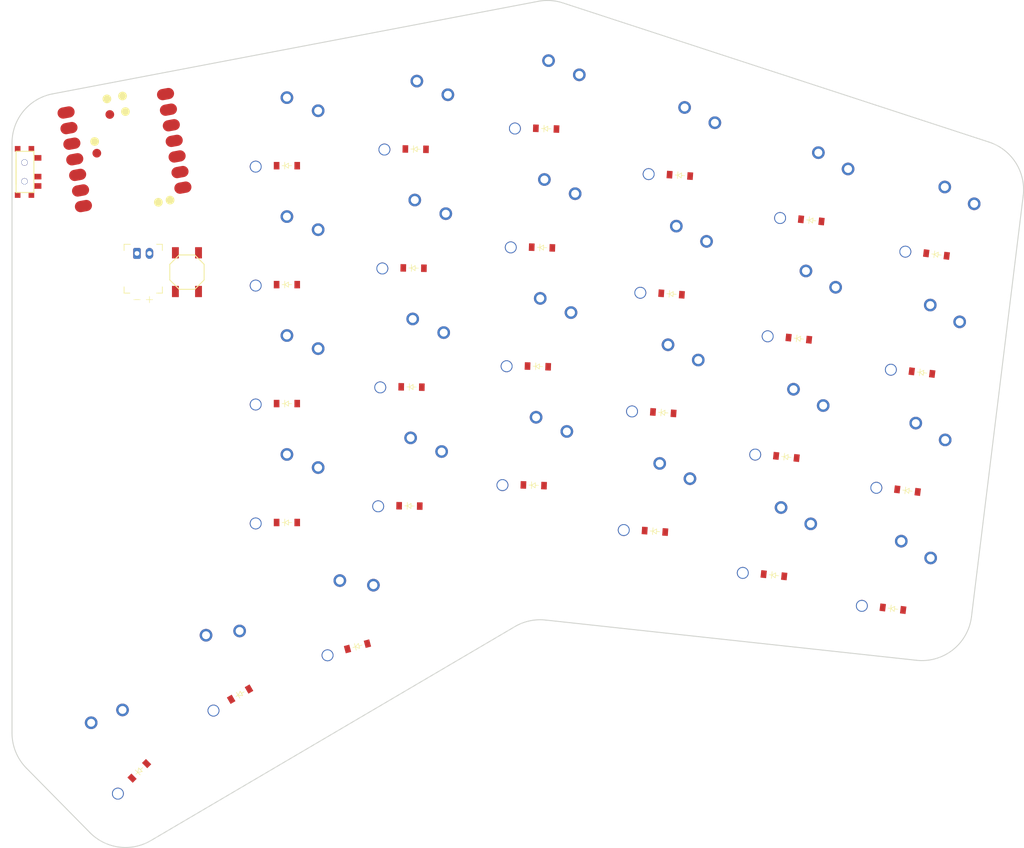
<source format=kicad_pcb>
(kicad_pcb (version 20171130) (host pcbnew 5.1.6)
  (title_block (title "biggie-splays_choc_v2_right_unrouted") (rev "v1.0.0") (company "Unknown"))
  (layers (0 F.Cu signal) (31 B.Cu signal) (34 B.Paste user) (35 F.Paste user) (36 B.SilkS user) (37 F.SilkS user) (38 B.Mask user) (39 F.Mask user) (44 Edge.Cuts user))
  (net 0 "")
  (net 1 "D5")
  (net 2 "mirror_stretch_bottom")
  (net 3 "GND")
  (net 4 "D1")
  (net 5 "D2")
  (net 6 "mirror_stretch_home")
  (net 7 "mirror_stretch_high")
  (net 8 "mirror_stretch_num")
  (net 9 "D7")
  (net 10 "mirror_pinky_bottom")
  (net 11 "mirror_pinky_home")
  (net 12 "mirror_pinky_high")
  (net 13 "mirror_pinky_num")
  (net 14 "D9")
  (net 15 "mirror_ring_bottom")
  (net 16 "mirror_ring_home")
  (net 17 "mirror_ring_high")
  (net 18 "mirror_ring_num")
  (net 19 "D3")
  (net 20 "mirror_middle_bottom")
  (net 21 "mirror_middle_home")
  (net 22 "mirror_middle_high")
  (net 23 "mirror_middle_num")
  (net 24 "mirror_index_bottom")
  (net 25 "mirror_index_home")
  (net 26 "mirror_index_high")
  (net 27 "mirror_index_num")
  (net 28 "D0")
  (net 29 "mirror_inner_bottom")
  (net 30 "mirror_inner_home")
  (net 31 "mirror_inner_high")
  (net 32 "mirror_inner_num")
  (net 33 "mirror_near_fan")
  (net 34 "mirror_mid_fan")
  (net 35 "mirror_far_fan")
  (net 36 "D4")
  (net 37 "D6")
  (net 38 "D8")
  (net 39 "D10")
  (net 40 "RAW3V3")
  (net 41 "RAW5V")
  (net 42 "CLK")
  (net 43 "DIO")
  (net 44 "RST")
  (net 45 "BAT")
  (net 46 "NFC1")
  (net 47 "NFC2")
  (net 48 "BATCON")
  (net 49 "JST1_1")
  (net 50 "JST1_2")
  (footprint "ceoloide:switch_choc_v1_v2" (layer "B.Cu") (at 385.756753 151.4952237 -7)
    (property "Reference" "S1" hide)
    (pad "" np_thru_hole circle (at 0 0 -7) (size 5 5) (drill 5) (layers "*.Cu" "*.Mask"))
    (pad "" thru_hole circle (at -5.00 5.15 -7) (size 1.9 1.9) (drill 1.6) (layers "*.Cu" "*.Mask"))
    (pad "2" thru_hole circle (at 0 -5.9 188) (size 2.032 2.032) (drill 1.27) (layers "*.Cu" "*.Mask") (net 1 "D5"))
    (pad "1" thru_hole circle (at 5 -3.8 188) (size 2.032 2.032) (drill 1.27) (layers "*.Cu" "*.Mask") (net 2 "mirror_stretch_bottom"))
  )
  (footprint "ceoloide:switch_choc_v1_v2" (layer "B.Cu") (at 388.0783639 132.5872195 -7)
    (property "Reference" "S2" hide)
    (pad "" np_thru_hole circle (at 0 0 -7) (size 5 5) (drill 5) (layers "*.Cu" "*.Mask"))
    (pad "" thru_hole circle (at -5.00 5.15 -7) (size 1.9 1.9) (drill 1.6) (layers "*.Cu" "*.Mask"))
    (pad "2" thru_hole circle (at 0 -5.9 188) (size 2.032 2.032) (drill 1.27) (layers "*.Cu" "*.Mask") (net 1 "D5"))
    (pad "1" thru_hole circle (at 5 -3.8 188) (size 2.032 2.032) (drill 1.27) (layers "*.Cu" "*.Mask") (net 6 "mirror_stretch_home"))
  )
  (footprint "ceoloide:switch_choc_v1_v2" (layer "B.Cu") (at 390.3999749 113.6792153 -7)
    (property "Reference" "S3" hide)
    (pad "" np_thru_hole circle (at 0 0 -7) (size 5 5) (drill 5) (layers "*.Cu" "*.Mask"))
    (pad "" thru_hole circle (at -5.00 5.15 -7) (size 1.9 1.9) (drill 1.6) (layers "*.Cu" "*.Mask"))
    (pad "2" thru_hole circle (at 0 -5.9 188) (size 2.032 2.032) (drill 1.27) (layers "*.Cu" "*.Mask") (net 1 "D5"))
    (pad "1" thru_hole circle (at 5 -3.8 188) (size 2.032 2.032) (drill 1.27) (layers "*.Cu" "*.Mask") (net 7 "mirror_stretch_high"))
  )
  (footprint "ceoloide:switch_choc_v1_v2" (layer "B.Cu") (at 392.72158590000004 94.7712111 -7)
    (property "Reference" "S4" hide)
    (pad "" np_thru_hole circle (at 0 0 -7) (size 5 5) (drill 5) (layers "*.Cu" "*.Mask"))
    (pad "" thru_hole circle (at -5.00 5.15 -7) (size 1.9 1.9) (drill 1.6) (layers "*.Cu" "*.Mask"))
    (pad "2" thru_hole circle (at 0 -5.9 188) (size 2.032 2.032) (drill 1.27) (layers "*.Cu" "*.Mask") (net 1 "D5"))
    (pad "1" thru_hole circle (at 5 -3.8 188) (size 2.032 2.032) (drill 1.27) (layers "*.Cu" "*.Mask") (net 8 "mirror_stretch_num"))
  )
  (footprint "ceoloide:switch_choc_v1_v2" (layer "B.Cu") (at 366.6188291 146.1228526 -6)
    (property "Reference" "S5" hide)
    (pad "" np_thru_hole circle (at 0 0 -6) (size 5 5) (drill 5) (layers "*.Cu" "*.Mask"))
    (pad "" thru_hole circle (at -5.00 5.15 -6) (size 1.9 1.9) (drill 1.6) (layers "*.Cu" "*.Mask"))
    (pad "2" thru_hole circle (at 0 -5.9 189) (size 2.032 2.032) (drill 1.27) (layers "*.Cu" "*.Mask") (net 9 "D7"))
    (pad "1" thru_hole circle (at 5 -3.8 189) (size 2.032 2.032) (drill 1.27) (layers "*.Cu" "*.Mask") (net 10 "mirror_pinky_bottom"))
  )
  (footprint "ceoloide:switch_choc_v1_v2" (layer "B.Cu") (at 368.61009640000003 127.1772105 -6)
    (property "Reference" "S6" hide)
    (pad "" np_thru_hole circle (at 0 0 -6) (size 5 5) (drill 5) (layers "*.Cu" "*.Mask"))
    (pad "" thru_hole circle (at -5.00 5.15 -6) (size 1.9 1.9) (drill 1.6) (layers "*.Cu" "*.Mask"))
    (pad "2" thru_hole circle (at 0 -5.9 189) (size 2.032 2.032) (drill 1.27) (layers "*.Cu" "*.Mask") (net 9 "D7"))
    (pad "1" thru_hole circle (at 5 -3.8 189) (size 2.032 2.032) (drill 1.27) (layers "*.Cu" "*.Mask") (net 11 "mirror_pinky_home"))
  )
  (footprint "ceoloide:switch_choc_v1_v2" (layer "B.Cu") (at 370.6013636 108.2315684 -6)
    (property "Reference" "S7" hide)
    (pad "" np_thru_hole circle (at 0 0 -6) (size 5 5) (drill 5) (layers "*.Cu" "*.Mask"))
    (pad "" thru_hole circle (at -5.00 5.15 -6) (size 1.9 1.9) (drill 1.6) (layers "*.Cu" "*.Mask"))
    (pad "2" thru_hole circle (at 0 -5.9 189) (size 2.032 2.032) (drill 1.27) (layers "*.Cu" "*.Mask") (net 9 "D7"))
    (pad "1" thru_hole circle (at 5 -3.8 189) (size 2.032 2.032) (drill 1.27) (layers "*.Cu" "*.Mask") (net 12 "mirror_pinky_high"))
  )
  (footprint "ceoloide:switch_choc_v1_v2" (layer "B.Cu") (at 372.5926309 89.2859263 -6)
    (property "Reference" "S8" hide)
    (pad "" np_thru_hole circle (at 0 0 -6) (size 5 5) (drill 5) (layers "*.Cu" "*.Mask"))
    (pad "" thru_hole circle (at -5.00 5.15 -6) (size 1.9 1.9) (drill 1.6) (layers "*.Cu" "*.Mask"))
    (pad "2" thru_hole circle (at 0 -5.9 189) (size 2.032 2.032) (drill 1.27) (layers "*.Cu" "*.Mask") (net 9 "D7"))
    (pad "1" thru_hole circle (at 5 -3.8 189) (size 2.032 2.032) (drill 1.27) (layers "*.Cu" "*.Mask") (net 13 "mirror_pinky_num"))
  )
  (footprint "ceoloide:switch_choc_v1_v2" (layer "B.Cu") (at 347.4002118 139.0753531 -4)
    (property "Reference" "S9" hide)
    (pad "" np_thru_hole circle (at 0 0 -4) (size 5 5) (drill 5) (layers "*.Cu" "*.Mask"))
    (pad "" thru_hole circle (at -5.00 5.15 -4) (size 1.9 1.9) (drill 1.6) (layers "*.Cu" "*.Mask"))
    (pad "2" thru_hole circle (at 0 -5.9 191) (size 2.032 2.032) (drill 1.27) (layers "*.Cu" "*.Mask") (net 14 "D9"))
    (pad "1" thru_hole circle (at 5 -3.8 191) (size 2.032 2.032) (drill 1.27) (layers "*.Cu" "*.Mask") (net 15 "mirror_ring_bottom"))
  )
  (footprint "ceoloide:switch_choc_v1_v2" (layer "B.Cu") (at 348.7290726 120.071758 -4)
    (property "Reference" "S10" hide)
    (pad "" np_thru_hole circle (at 0 0 -4) (size 5 5) (drill 5) (layers "*.Cu" "*.Mask"))
    (pad "" thru_hole circle (at -5.00 5.15 -4) (size 1.9 1.9) (drill 1.6) (layers "*.Cu" "*.Mask"))
    (pad "2" thru_hole circle (at 0 -5.9 191) (size 2.032 2.032) (drill 1.27) (layers "*.Cu" "*.Mask") (net 14 "D9"))
    (pad "1" thru_hole circle (at 5 -3.8 191) (size 2.032 2.032) (drill 1.27) (layers "*.Cu" "*.Mask") (net 16 "mirror_ring_home"))
  )
  (footprint "ceoloide:switch_choc_v1_v2" (layer "B.Cu") (at 350.0579334 101.0681629 -4)
    (property "Reference" "S11" hide)
    (pad "" np_thru_hole circle (at 0 0 -4) (size 5 5) (drill 5) (layers "*.Cu" "*.Mask"))
    (pad "" thru_hole circle (at -5.00 5.15 -4) (size 1.9 1.9) (drill 1.6) (layers "*.Cu" "*.Mask"))
    (pad "2" thru_hole circle (at 0 -5.9 191) (size 2.032 2.032) (drill 1.27) (layers "*.Cu" "*.Mask") (net 14 "D9"))
    (pad "1" thru_hole circle (at 5 -3.8 191) (size 2.032 2.032) (drill 1.27) (layers "*.Cu" "*.Mask") (net 17 "mirror_ring_high"))
  )
  (footprint "ceoloide:switch_choc_v1_v2" (layer "B.Cu") (at 351.38679410000003 82.0645678 -4)
    (property "Reference" "S12" hide)
    (pad "" np_thru_hole circle (at 0 0 -4) (size 5 5) (drill 5) (layers "*.Cu" "*.Mask"))
    (pad "" thru_hole circle (at -5.00 5.15 -4) (size 1.9 1.9) (drill 1.6) (layers "*.Cu" "*.Mask"))
    (pad "2" thru_hole circle (at 0 -5.9 191) (size 2.032 2.032) (drill 1.27) (layers "*.Cu" "*.Mask") (net 14 "D9"))
    (pad "1" thru_hole circle (at 5 -3.8 191) (size 2.032 2.032) (drill 1.27) (layers "*.Cu" "*.Mask") (net 18 "mirror_ring_num"))
  )
  (footprint "ceoloide:switch_choc_v1_v2" (layer "B.Cu") (at 327.8175914 131.6913515 -2)
    (property "Reference" "S13" hide)
    (pad "" np_thru_hole circle (at 0 0 -2) (size 5 5) (drill 5) (layers "*.Cu" "*.Mask"))
    (pad "" thru_hole circle (at -5.00 5.15 -2) (size 1.9 1.9) (drill 1.6) (layers "*.Cu" "*.Mask"))
    (pad "2" thru_hole circle (at 0 -5.9 193) (size 2.032 2.032) (drill 1.27) (layers "*.Cu" "*.Mask") (net 19 "D3"))
    (pad "1" thru_hole circle (at 5 -3.8 193) (size 2.032 2.032) (drill 1.27) (layers "*.Cu" "*.Mask") (net 20 "mirror_middle_bottom"))
  )
  (footprint "ceoloide:switch_choc_v1_v2" (layer "B.Cu") (at 328.4824268 112.6529563 -2)
    (property "Reference" "S14" hide)
    (pad "" np_thru_hole circle (at 0 0 -2) (size 5 5) (drill 5) (layers "*.Cu" "*.Mask"))
    (pad "" thru_hole circle (at -5.00 5.15 -2) (size 1.9 1.9) (drill 1.6) (layers "*.Cu" "*.Mask"))
    (pad "2" thru_hole circle (at 0 -5.9 193) (size 2.032 2.032) (drill 1.27) (layers "*.Cu" "*.Mask") (net 19 "D3"))
    (pad "1" thru_hole circle (at 5 -3.8 193) (size 2.032 2.032) (drill 1.27) (layers "*.Cu" "*.Mask") (net 21 "mirror_middle_home"))
  )
  (footprint "ceoloide:switch_choc_v1_v2" (layer "B.Cu") (at 329.1472622 93.614561 -2)
    (property "Reference" "S15" hide)
    (pad "" np_thru_hole circle (at 0 0 -2) (size 5 5) (drill 5) (layers "*.Cu" "*.Mask"))
    (pad "" thru_hole circle (at -5.00 5.15 -2) (size 1.9 1.9) (drill 1.6) (layers "*.Cu" "*.Mask"))
    (pad "2" thru_hole circle (at 0 -5.9 193) (size 2.032 2.032) (drill 1.27) (layers "*.Cu" "*.Mask") (net 19 "D3"))
    (pad "1" thru_hole circle (at 5 -3.8 193) (size 2.032 2.032) (drill 1.27) (layers "*.Cu" "*.Mask") (net 22 "mirror_middle_high"))
  )
  (footprint "ceoloide:switch_choc_v1_v2" (layer "B.Cu") (at 329.81209770000004 74.5761658 -2)
    (property "Reference" "S16" hide)
    (pad "" np_thru_hole circle (at 0 0 -2) (size 5 5) (drill 5) (layers "*.Cu" "*.Mask"))
    (pad "" thru_hole circle (at -5.00 5.15 -2) (size 1.9 1.9) (drill 1.6) (layers "*.Cu" "*.Mask"))
    (pad "2" thru_hole circle (at 0 -5.9 193) (size 2.032 2.032) (drill 1.27) (layers "*.Cu" "*.Mask") (net 19 "D3"))
    (pad "1" thru_hole circle (at 5 -3.8 193) (size 2.032 2.032) (drill 1.27) (layers "*.Cu" "*.Mask") (net 23 "mirror_middle_num"))
  )
  (footprint "ceoloide:switch_choc_v1_v2" (layer "B.Cu") (at 307.84008560000007 134.9961598 -1)
    (property "Reference" "S17" hide)
    (pad "" np_thru_hole circle (at 0 0 -1) (size 5 5) (drill 5) (layers "*.Cu" "*.Mask"))
    (pad "" thru_hole circle (at -5.00 5.15 -1) (size 1.9 1.9) (drill 1.6) (layers "*.Cu" "*.Mask"))
    (pad "2" thru_hole circle (at 0 -5.9 194) (size 2.032 2.032) (drill 1.27) (layers "*.Cu" "*.Mask") (net 5 "D2"))
    (pad "1" thru_hole circle (at 5 -3.8 194) (size 2.032 2.032) (drill 1.27) (layers "*.Cu" "*.Mask") (net 24 "mirror_index_bottom"))
  )
  (footprint "ceoloide:switch_choc_v1_v2" (layer "B.Cu") (at 308.172554 115.9490613 -1)
    (property "Reference" "S18" hide)
    (pad "" np_thru_hole circle (at 0 0 -1) (size 5 5) (drill 5) (layers "*.Cu" "*.Mask"))
    (pad "" thru_hole circle (at -5.00 5.15 -1) (size 1.9 1.9) (drill 1.6) (layers "*.Cu" "*.Mask"))
    (pad "2" thru_hole circle (at 0 -5.9 194) (size 2.032 2.032) (drill 1.27) (layers "*.Cu" "*.Mask") (net 5 "D2"))
    (pad "1" thru_hole circle (at 5 -3.8 194) (size 2.032 2.032) (drill 1.27) (layers "*.Cu" "*.Mask") (net 25 "mirror_index_home"))
  )
  (footprint "ceoloide:switch_choc_v1_v2" (layer "B.Cu") (at 308.50502230000006 96.9019627 -1)
    (property "Reference" "S19" hide)
    (pad "" np_thru_hole circle (at 0 0 -1) (size 5 5) (drill 5) (layers "*.Cu" "*.Mask"))
    (pad "" thru_hole circle (at -5.00 5.15 -1) (size 1.9 1.9) (drill 1.6) (layers "*.Cu" "*.Mask"))
    (pad "2" thru_hole circle (at 0 -5.9 194) (size 2.032 2.032) (drill 1.27) (layers "*.Cu" "*.Mask") (net 5 "D2"))
    (pad "1" thru_hole circle (at 5 -3.8 194) (size 2.032 2.032) (drill 1.27) (layers "*.Cu" "*.Mask") (net 26 "mirror_index_high"))
  )
  (footprint "ceoloide:switch_choc_v1_v2" (layer "B.Cu") (at 308.8374907 77.8548641 -1)
    (property "Reference" "S20" hide)
    (pad "" np_thru_hole circle (at 0 0 -1) (size 5 5) (drill 5) (layers "*.Cu" "*.Mask"))
    (pad "" thru_hole circle (at -5.00 5.15 -1) (size 1.9 1.9) (drill 1.6) (layers "*.Cu" "*.Mask"))
    (pad "2" thru_hole circle (at 0 -5.9 194) (size 2.032 2.032) (drill 1.27) (layers "*.Cu" "*.Mask") (net 5 "D2"))
    (pad "1" thru_hole circle (at 5 -3.8 194) (size 2.032 2.032) (drill 1.27) (layers "*.Cu" "*.Mask") (net 27 "mirror_index_num"))
  )
  (footprint "ceoloide:switch_choc_v1_v2" (layer "B.Cu") (at 288.14072110000006 137.6527632 0)
    (property "Reference" "S21" hide)
    (pad "" np_thru_hole circle (at 0 0 0) (size 5 5) (drill 5) (layers "*.Cu" "*.Mask"))
    (pad "" thru_hole circle (at -5.00 5.15 0) (size 1.9 1.9) (drill 1.6) (layers "*.Cu" "*.Mask"))
    (pad "2" thru_hole circle (at 0 -5.9 195) (size 2.032 2.032) (drill 1.27) (layers "*.Cu" "*.Mask") (net 28 "D0"))
    (pad "1" thru_hole circle (at 5 -3.8 195) (size 2.032 2.032) (drill 1.27) (layers "*.Cu" "*.Mask") (net 29 "mirror_inner_bottom"))
  )
  (footprint "ceoloide:switch_choc_v1_v2" (layer "B.Cu") (at 288.14072110000006 118.6027631 0)
    (property "Reference" "S22" hide)
    (pad "" np_thru_hole circle (at 0 0 0) (size 5 5) (drill 5) (layers "*.Cu" "*.Mask"))
    (pad "" thru_hole circle (at -5.00 5.15 0) (size 1.9 1.9) (drill 1.6) (layers "*.Cu" "*.Mask"))
    (pad "2" thru_hole circle (at 0 -5.9 195) (size 2.032 2.032) (drill 1.27) (layers "*.Cu" "*.Mask") (net 28 "D0"))
    (pad "1" thru_hole circle (at 5 -3.8 195) (size 2.032 2.032) (drill 1.27) (layers "*.Cu" "*.Mask") (net 30 "mirror_inner_home"))
  )
  (footprint "ceoloide:switch_choc_v1_v2" (layer "B.Cu") (at 288.14072110000006 99.5527631 0)
    (property "Reference" "S23" hide)
    (pad "" np_thru_hole circle (at 0 0 0) (size 5 5) (drill 5) (layers "*.Cu" "*.Mask"))
    (pad "" thru_hole circle (at -5.00 5.15 0) (size 1.9 1.9) (drill 1.6) (layers "*.Cu" "*.Mask"))
    (pad "2" thru_hole circle (at 0 -5.9 195) (size 2.032 2.032) (drill 1.27) (layers "*.Cu" "*.Mask") (net 28 "D0"))
    (pad "1" thru_hole circle (at 5 -3.8 195) (size 2.032 2.032) (drill 1.27) (layers "*.Cu" "*.Mask") (net 31 "mirror_inner_high"))
  )
  (footprint "ceoloide:switch_choc_v1_v2" (layer "B.Cu") (at 288.14072110000006 80.5027631 0)
    (property "Reference" "S24" hide)
    (pad "" np_thru_hole circle (at 0 0 0) (size 5 5) (drill 5) (layers "*.Cu" "*.Mask"))
    (pad "" thru_hole circle (at -5.00 5.15 0) (size 1.9 1.9) (drill 1.6) (layers "*.Cu" "*.Mask"))
    (pad "2" thru_hole circle (at 0 -5.9 195) (size 2.032 2.032) (drill 1.27) (layers "*.Cu" "*.Mask") (net 28 "D0"))
    (pad "1" thru_hole circle (at 5 -3.8 195) (size 2.032 2.032) (drill 1.27) (layers "*.Cu" "*.Mask") (net 32 "mirror_inner_num"))
  )
  (footprint "ceoloide:switch_choc_v1_v2" (layer "B.Cu") (at 298.14072110000006 157.6527632 15)
    (property "Reference" "S25" hide)
    (pad "" np_thru_hole circle (at 0 0 15) (size 5 5) (drill 5) (layers "*.Cu" "*.Mask"))
    (pad "" thru_hole circle (at -5.00 5.15 15) (size 1.9 1.9) (drill 1.6) (layers "*.Cu" "*.Mask"))
    (pad "2" thru_hole circle (at 0 -5.9 210) (size 2.032 2.032) (drill 1.27) (layers "*.Cu" "*.Mask") (net 19 "D3"))
    (pad "1" thru_hole circle (at 5 -3.8 210) (size 2.032 2.032) (drill 1.27) (layers "*.Cu" "*.Mask") (net 33 "mirror_near_fan"))
  )
  (footprint "ceoloide:switch_choc_v1_v2" (layer "B.Cu") (at 278.14175800000004 165.8153168 30)
    (property "Reference" "S26" hide)
    (pad "" np_thru_hole circle (at 0 0 30) (size 5 5) (drill 5) (layers "*.Cu" "*.Mask"))
    (pad "" thru_hole circle (at -5.00 5.15 30) (size 1.9 1.9) (drill 1.6) (layers "*.Cu" "*.Mask"))
    (pad "2" thru_hole circle (at 0 -5.9 225) (size 2.032 2.032) (drill 1.27) (layers "*.Cu" "*.Mask") (net 5 "D2"))
    (pad "1" thru_hole circle (at 5 -3.8 225) (size 2.032 2.032) (drill 1.27) (layers "*.Cu" "*.Mask") (net 34 "mirror_mid_fan"))
  )
  (footprint "ceoloide:switch_choc_v1_v2" (layer "B.Cu") (at 260.9793085 178.896491 45)
    (property "Reference" "S27" hide)
    (pad "" np_thru_hole circle (at 0 0 45) (size 5 5) (drill 5) (layers "*.Cu" "*.Mask"))
    (pad "" thru_hole circle (at -5.00 5.15 45) (size 1.9 1.9) (drill 1.6) (layers "*.Cu" "*.Mask"))
    (pad "2" thru_hole circle (at 0 -5.9 240) (size 2.032 2.032) (drill 1.27) (layers "*.Cu" "*.Mask") (net 28 "D0"))
    (pad "1" thru_hole circle (at 5 -3.8 240) (size 2.032 2.032) (drill 1.27) (layers "*.Cu" "*.Mask") (net 35 "mirror_far_fan"))
  )
  (footprint "ceoloide:diode_tht_sod123" (layer "F.Cu") (at 385.1474063 156.4579545 -7)
    (property "Reference" "D1" hide)
    (fp_line (start 0.25 0) (end 0.75 0) (layer "F.SilkS") (stroke (width 0.1)))
    (fp_line (start 0.25 0.4) (end -0.35 0) (layer "F.SilkS") (stroke (width 0.1)))
    (fp_line (start 0.25 -0.4) (end 0.25 0.4) (layer "F.SilkS") (stroke (width 0.1)))
    (fp_line (start -0.35 0) (end 0.25 -0.4) (layer "F.SilkS") (stroke (width 0.1)))
    (fp_line (start -0.35 0) (end -0.35 0.55) (layer "F.SilkS") (stroke (width 0.1)))
    (fp_line (start -0.35 0) (end -0.35 -0.55) (layer "F.SilkS") (stroke (width 0.1)))
    (fp_line (start -0.75 0) (end -0.35 0) (layer "F.SilkS") (stroke (width 0.1)))
    (pad "1" smd rect (at -1.65 0 -7) (size 0.9 1.2) (layers "F.Cu" "F.Paste" "F.Mask") (net 36 "D4"))
    (pad "2" smd rect (at 1.65 0 -7) (size 0.9 1.2) (layers "F.Cu" "F.Paste" "F.Mask") (net 2 "mirror_stretch_bottom"))
  )
  (footprint "ceoloide:diode_tht_sod123" (layer "F.Cu") (at 387.4690172 137.5499503 -7)
    (property "Reference" "D2" hide)
    (fp_line (start 0.25 0) (end 0.75 0) (layer "F.SilkS") (stroke (width 0.1)))
    (fp_line (start 0.25 0.4) (end -0.35 0) (layer "F.SilkS") (stroke (width 0.1)))
    (fp_line (start 0.25 -0.4) (end 0.25 0.4) (layer "F.SilkS") (stroke (width 0.1)))
    (fp_line (start -0.35 0) (end 0.25 -0.4) (layer "F.SilkS") (stroke (width 0.1)))
    (fp_line (start -0.35 0) (end -0.35 0.55) (layer "F.SilkS") (stroke (width 0.1)))
    (fp_line (start -0.35 0) (end -0.35 -0.55) (layer "F.SilkS") (stroke (width 0.1)))
    (fp_line (start -0.75 0) (end -0.35 0) (layer "F.SilkS") (stroke (width 0.1)))
    (pad "1" smd rect (at -1.65 0 -7) (size 0.9 1.2) (layers "F.Cu" "F.Paste" "F.Mask") (net 37 "D6"))
    (pad "2" smd rect (at 1.65 0 -7) (size 0.9 1.2) (layers "F.Cu" "F.Paste" "F.Mask") (net 6 "mirror_stretch_home"))
  )
  (footprint "ceoloide:diode_tht_sod123" (layer "F.Cu") (at 389.7906282 118.6419461 -7)
    (property "Reference" "D3" hide)
    (fp_line (start 0.25 0) (end 0.75 0) (layer "F.SilkS") (stroke (width 0.1)))
    (fp_line (start 0.25 0.4) (end -0.35 0) (layer "F.SilkS") (stroke (width 0.1)))
    (fp_line (start 0.25 -0.4) (end 0.25 0.4) (layer "F.SilkS") (stroke (width 0.1)))
    (fp_line (start -0.35 0) (end 0.25 -0.4) (layer "F.SilkS") (stroke (width 0.1)))
    (fp_line (start -0.35 0) (end -0.35 0.55) (layer "F.SilkS") (stroke (width 0.1)))
    (fp_line (start -0.35 0) (end -0.35 -0.55) (layer "F.SilkS") (stroke (width 0.1)))
    (fp_line (start -0.75 0) (end -0.35 0) (layer "F.SilkS") (stroke (width 0.1)))
    (pad "1" smd rect (at -1.65 0 -7) (size 0.9 1.2) (layers "F.Cu" "F.Paste" "F.Mask") (net 38 "D8"))
    (pad "2" smd rect (at 1.65 0 -7) (size 0.9 1.2) (layers "F.Cu" "F.Paste" "F.Mask") (net 7 "mirror_stretch_high"))
  )
  (footprint "ceoloide:diode_tht_sod123" (layer "F.Cu") (at 392.11223920000003 99.7339419 -7)
    (property "Reference" "D4" hide)
    (fp_line (start 0.25 0) (end 0.75 0) (layer "F.SilkS") (stroke (width 0.1)))
    (fp_line (start 0.25 0.4) (end -0.35 0) (layer "F.SilkS") (stroke (width 0.1)))
    (fp_line (start 0.25 -0.4) (end 0.25 0.4) (layer "F.SilkS") (stroke (width 0.1)))
    (fp_line (start -0.35 0) (end 0.25 -0.4) (layer "F.SilkS") (stroke (width 0.1)))
    (fp_line (start -0.35 0) (end -0.35 0.55) (layer "F.SilkS") (stroke (width 0.1)))
    (fp_line (start -0.35 0) (end -0.35 -0.55) (layer "F.SilkS") (stroke (width 0.1)))
    (fp_line (start -0.75 0) (end -0.35 0) (layer "F.SilkS") (stroke (width 0.1)))
    (pad "1" smd rect (at -1.65 0 -7) (size 0.9 1.2) (layers "F.Cu" "F.Paste" "F.Mask") (net 39 "D10"))
    (pad "2" smd rect (at 1.65 0 -7) (size 0.9 1.2) (layers "F.Cu" "F.Paste" "F.Mask") (net 8 "mirror_stretch_num"))
  )
  (footprint "ceoloide:diode_tht_sod123" (layer "F.Cu") (at 366.09618680000005 151.0954621 -6)
    (property "Reference" "D5" hide)
    (fp_line (start 0.25 0) (end 0.75 0) (layer "F.SilkS") (stroke (width 0.1)))
    (fp_line (start 0.25 0.4) (end -0.35 0) (layer "F.SilkS") (stroke (width 0.1)))
    (fp_line (start 0.25 -0.4) (end 0.25 0.4) (layer "F.SilkS") (stroke (width 0.1)))
    (fp_line (start -0.35 0) (end 0.25 -0.4) (layer "F.SilkS") (stroke (width 0.1)))
    (fp_line (start -0.35 0) (end -0.35 0.55) (layer "F.SilkS") (stroke (width 0.1)))
    (fp_line (start -0.35 0) (end -0.35 -0.55) (layer "F.SilkS") (stroke (width 0.1)))
    (fp_line (start -0.75 0) (end -0.35 0) (layer "F.SilkS") (stroke (width 0.1)))
    (pad "1" smd rect (at -1.65 0 -6) (size 0.9 1.2) (layers "F.Cu" "F.Paste" "F.Mask") (net 36 "D4"))
    (pad "2" smd rect (at 1.65 0 -6) (size 0.9 1.2) (layers "F.Cu" "F.Paste" "F.Mask") (net 10 "mirror_pinky_bottom"))
  )
  (footprint "ceoloide:diode_tht_sod123" (layer "F.Cu") (at 368.08745410000006 132.14982 -6)
    (property "Reference" "D6" hide)
    (fp_line (start 0.25 0) (end 0.75 0) (layer "F.SilkS") (stroke (width 0.1)))
    (fp_line (start 0.25 0.4) (end -0.35 0) (layer "F.SilkS") (stroke (width 0.1)))
    (fp_line (start 0.25 -0.4) (end 0.25 0.4) (layer "F.SilkS") (stroke (width 0.1)))
    (fp_line (start -0.35 0) (end 0.25 -0.4) (layer "F.SilkS") (stroke (width 0.1)))
    (fp_line (start -0.35 0) (end -0.35 0.55) (layer "F.SilkS") (stroke (width 0.1)))
    (fp_line (start -0.35 0) (end -0.35 -0.55) (layer "F.SilkS") (stroke (width 0.1)))
    (fp_line (start -0.75 0) (end -0.35 0) (layer "F.SilkS") (stroke (width 0.1)))
    (pad "1" smd rect (at -1.65 0 -6) (size 0.9 1.2) (layers "F.Cu" "F.Paste" "F.Mask") (net 37 "D6"))
    (pad "2" smd rect (at 1.65 0 -6) (size 0.9 1.2) (layers "F.Cu" "F.Paste" "F.Mask") (net 11 "mirror_pinky_home"))
  )
  (footprint "ceoloide:diode_tht_sod123" (layer "F.Cu") (at 370.07872130000004 113.2041779 -6)
    (property "Reference" "D7" hide)
    (fp_line (start 0.25 0) (end 0.75 0) (layer "F.SilkS") (stroke (width 0.1)))
    (fp_line (start 0.25 0.4) (end -0.35 0) (layer "F.SilkS") (stroke (width 0.1)))
    (fp_line (start 0.25 -0.4) (end 0.25 0.4) (layer "F.SilkS") (stroke (width 0.1)))
    (fp_line (start -0.35 0) (end 0.25 -0.4) (layer "F.SilkS") (stroke (width 0.1)))
    (fp_line (start -0.35 0) (end -0.35 0.55) (layer "F.SilkS") (stroke (width 0.1)))
    (fp_line (start -0.35 0) (end -0.35 -0.55) (layer "F.SilkS") (stroke (width 0.1)))
    (fp_line (start -0.75 0) (end -0.35 0) (layer "F.SilkS") (stroke (width 0.1)))
    (pad "1" smd rect (at -1.65 0 -6) (size 0.9 1.2) (layers "F.Cu" "F.Paste" "F.Mask") (net 38 "D8"))
    (pad "2" smd rect (at 1.65 0 -6) (size 0.9 1.2) (layers "F.Cu" "F.Paste" "F.Mask") (net 12 "mirror_pinky_high"))
  )
  (footprint "ceoloide:diode_tht_sod123" (layer "F.Cu") (at 372.06998860000004 94.2585358 -6)
    (property "Reference" "D8" hide)
    (fp_line (start 0.25 0) (end 0.75 0) (layer "F.SilkS") (stroke (width 0.1)))
    (fp_line (start 0.25 0.4) (end -0.35 0) (layer "F.SilkS") (stroke (width 0.1)))
    (fp_line (start 0.25 -0.4) (end 0.25 0.4) (layer "F.SilkS") (stroke (width 0.1)))
    (fp_line (start -0.35 0) (end 0.25 -0.4) (layer "F.SilkS") (stroke (width 0.1)))
    (fp_line (start -0.35 0) (end -0.35 0.55) (layer "F.SilkS") (stroke (width 0.1)))
    (fp_line (start -0.35 0) (end -0.35 -0.55) (layer "F.SilkS") (stroke (width 0.1)))
    (fp_line (start -0.75 0) (end -0.35 0) (layer "F.SilkS") (stroke (width 0.1)))
    (pad "1" smd rect (at -1.65 0 -6) (size 0.9 1.2) (layers "F.Cu" "F.Paste" "F.Mask") (net 39 "D10"))
    (pad "2" smd rect (at 1.65 0 -6) (size 0.9 1.2) (layers "F.Cu" "F.Paste" "F.Mask") (net 13 "mirror_pinky_num"))
  )
  (footprint "ceoloide:diode_tht_sod123" (layer "F.Cu") (at 347.0514294 144.0631734 -4)
    (property "Reference" "D9" hide)
    (fp_line (start 0.25 0) (end 0.75 0) (layer "F.SilkS") (stroke (width 0.1)))
    (fp_line (start 0.25 0.4) (end -0.35 0) (layer "F.SilkS") (stroke (width 0.1)))
    (fp_line (start 0.25 -0.4) (end 0.25 0.4) (layer "F.SilkS") (stroke (width 0.1)))
    (fp_line (start -0.35 0) (end 0.25 -0.4) (layer "F.SilkS") (stroke (width 0.1)))
    (fp_line (start -0.35 0) (end -0.35 0.55) (layer "F.SilkS") (stroke (width 0.1)))
    (fp_line (start -0.35 0) (end -0.35 -0.55) (layer "F.SilkS") (stroke (width 0.1)))
    (fp_line (start -0.75 0) (end -0.35 0) (layer "F.SilkS") (stroke (width 0.1)))
    (pad "1" smd rect (at -1.65 0 -4) (size 0.9 1.2) (layers "F.Cu" "F.Paste" "F.Mask") (net 36 "D4"))
    (pad "2" smd rect (at 1.65 0 -4) (size 0.9 1.2) (layers "F.Cu" "F.Paste" "F.Mask") (net 15 "mirror_ring_bottom"))
  )
  (footprint "ceoloide:diode_tht_sod123" (layer "F.Cu") (at 348.3802902 125.0595783 -4)
    (property "Reference" "D10" hide)
    (fp_line (start 0.25 0) (end 0.75 0) (layer "F.SilkS") (stroke (width 0.1)))
    (fp_line (start 0.25 0.4) (end -0.35 0) (layer "F.SilkS") (stroke (width 0.1)))
    (fp_line (start 0.25 -0.4) (end 0.25 0.4) (layer "F.SilkS") (stroke (width 0.1)))
    (fp_line (start -0.35 0) (end 0.25 -0.4) (layer "F.SilkS") (stroke (width 0.1)))
    (fp_line (start -0.35 0) (end -0.35 0.55) (layer "F.SilkS") (stroke (width 0.1)))
    (fp_line (start -0.35 0) (end -0.35 -0.55) (layer "F.SilkS") (stroke (width 0.1)))
    (fp_line (start -0.75 0) (end -0.35 0) (layer "F.SilkS") (stroke (width 0.1)))
    (pad "1" smd rect (at -1.65 0 -4) (size 0.9 1.2) (layers "F.Cu" "F.Paste" "F.Mask") (net 37 "D6"))
    (pad "2" smd rect (at 1.65 0 -4) (size 0.9 1.2) (layers "F.Cu" "F.Paste" "F.Mask") (net 16 "mirror_ring_home"))
  )
  (footprint "ceoloide:diode_tht_sod123" (layer "F.Cu") (at 349.709151 106.0559832 -4)
    (property "Reference" "D11" hide)
    (fp_line (start 0.25 0) (end 0.75 0) (layer "F.SilkS") (stroke (width 0.1)))
    (fp_line (start 0.25 0.4) (end -0.35 0) (layer "F.SilkS") (stroke (width 0.1)))
    (fp_line (start 0.25 -0.4) (end 0.25 0.4) (layer "F.SilkS") (stroke (width 0.1)))
    (fp_line (start -0.35 0) (end 0.25 -0.4) (layer "F.SilkS") (stroke (width 0.1)))
    (fp_line (start -0.35 0) (end -0.35 0.55) (layer "F.SilkS") (stroke (width 0.1)))
    (fp_line (start -0.35 0) (end -0.35 -0.55) (layer "F.SilkS") (stroke (width 0.1)))
    (fp_line (start -0.75 0) (end -0.35 0) (layer "F.SilkS") (stroke (width 0.1)))
    (pad "1" smd rect (at -1.65 0 -4) (size 0.9 1.2) (layers "F.Cu" "F.Paste" "F.Mask") (net 38 "D8"))
    (pad "2" smd rect (at 1.65 0 -4) (size 0.9 1.2) (layers "F.Cu" "F.Paste" "F.Mask") (net 17 "mirror_ring_high"))
  )
  (footprint "ceoloide:diode_tht_sod123" (layer "F.Cu") (at 351.0380117 87.0523881 -4)
    (property "Reference" "D12" hide)
    (fp_line (start 0.25 0) (end 0.75 0) (layer "F.SilkS") (stroke (width 0.1)))
    (fp_line (start 0.25 0.4) (end -0.35 0) (layer "F.SilkS") (stroke (width 0.1)))
    (fp_line (start 0.25 -0.4) (end 0.25 0.4) (layer "F.SilkS") (stroke (width 0.1)))
    (fp_line (start -0.35 0) (end 0.25 -0.4) (layer "F.SilkS") (stroke (width 0.1)))
    (fp_line (start -0.35 0) (end -0.35 0.55) (layer "F.SilkS") (stroke (width 0.1)))
    (fp_line (start -0.35 0) (end -0.35 -0.55) (layer "F.SilkS") (stroke (width 0.1)))
    (fp_line (start -0.75 0) (end -0.35 0) (layer "F.SilkS") (stroke (width 0.1)))
    (pad "1" smd rect (at -1.65 0 -4) (size 0.9 1.2) (layers "F.Cu" "F.Paste" "F.Mask") (net 39 "D10"))
    (pad "2" smd rect (at 1.65 0 -4) (size 0.9 1.2) (layers "F.Cu" "F.Paste" "F.Mask") (net 18 "mirror_ring_num"))
  )
  (footprint "ceoloide:diode_tht_sod123" (layer "F.Cu") (at 327.64309390000005 136.6883056 -2)
    (property "Reference" "D13" hide)
    (fp_line (start 0.25 0) (end 0.75 0) (layer "F.SilkS") (stroke (width 0.1)))
    (fp_line (start 0.25 0.4) (end -0.35 0) (layer "F.SilkS") (stroke (width 0.1)))
    (fp_line (start 0.25 -0.4) (end 0.25 0.4) (layer "F.SilkS") (stroke (width 0.1)))
    (fp_line (start -0.35 0) (end 0.25 -0.4) (layer "F.SilkS") (stroke (width 0.1)))
    (fp_line (start -0.35 0) (end -0.35 0.55) (layer "F.SilkS") (stroke (width 0.1)))
    (fp_line (start -0.35 0) (end -0.35 -0.55) (layer "F.SilkS") (stroke (width 0.1)))
    (fp_line (start -0.75 0) (end -0.35 0) (layer "F.SilkS") (stroke (width 0.1)))
    (pad "1" smd rect (at -1.65 0 -2) (size 0.9 1.2) (layers "F.Cu" "F.Paste" "F.Mask") (net 36 "D4"))
    (pad "2" smd rect (at 1.65 0 -2) (size 0.9 1.2) (layers "F.Cu" "F.Paste" "F.Mask") (net 20 "mirror_middle_bottom"))
  )
  (footprint "ceoloide:diode_tht_sod123" (layer "F.Cu") (at 328.3079293 117.6499104 -2)
    (property "Reference" "D14" hide)
    (fp_line (start 0.25 0) (end 0.75 0) (layer "F.SilkS") (stroke (width 0.1)))
    (fp_line (start 0.25 0.4) (end -0.35 0) (layer "F.SilkS") (stroke (width 0.1)))
    (fp_line (start 0.25 -0.4) (end 0.25 0.4) (layer "F.SilkS") (stroke (width 0.1)))
    (fp_line (start -0.35 0) (end 0.25 -0.4) (layer "F.SilkS") (stroke (width 0.1)))
    (fp_line (start -0.35 0) (end -0.35 0.55) (layer "F.SilkS") (stroke (width 0.1)))
    (fp_line (start -0.35 0) (end -0.35 -0.55) (layer "F.SilkS") (stroke (width 0.1)))
    (fp_line (start -0.75 0) (end -0.35 0) (layer "F.SilkS") (stroke (width 0.1)))
    (pad "1" smd rect (at -1.65 0 -2) (size 0.9 1.2) (layers "F.Cu" "F.Paste" "F.Mask") (net 37 "D6"))
    (pad "2" smd rect (at 1.65 0 -2) (size 0.9 1.2) (layers "F.Cu" "F.Paste" "F.Mask") (net 21 "mirror_middle_home"))
  )
  (footprint "ceoloide:diode_tht_sod123" (layer "F.Cu") (at 328.9727647 98.61151509999999 -2)
    (property "Reference" "D15" hide)
    (fp_line (start 0.25 0) (end 0.75 0) (layer "F.SilkS") (stroke (width 0.1)))
    (fp_line (start 0.25 0.4) (end -0.35 0) (layer "F.SilkS") (stroke (width 0.1)))
    (fp_line (start 0.25 -0.4) (end 0.25 0.4) (layer "F.SilkS") (stroke (width 0.1)))
    (fp_line (start -0.35 0) (end 0.25 -0.4) (layer "F.SilkS") (stroke (width 0.1)))
    (fp_line (start -0.35 0) (end -0.35 0.55) (layer "F.SilkS") (stroke (width 0.1)))
    (fp_line (start -0.35 0) (end -0.35 -0.55) (layer "F.SilkS") (stroke (width 0.1)))
    (fp_line (start -0.75 0) (end -0.35 0) (layer "F.SilkS") (stroke (width 0.1)))
    (pad "1" smd rect (at -1.65 0 -2) (size 0.9 1.2) (layers "F.Cu" "F.Paste" "F.Mask") (net 38 "D8"))
    (pad "2" smd rect (at 1.65 0 -2) (size 0.9 1.2) (layers "F.Cu" "F.Paste" "F.Mask") (net 22 "mirror_middle_high"))
  )
  (footprint "ceoloide:diode_tht_sod123" (layer "F.Cu") (at 329.63760020000007 79.5731199 -2)
    (property "Reference" "D16" hide)
    (fp_line (start 0.25 0) (end 0.75 0) (layer "F.SilkS") (stroke (width 0.1)))
    (fp_line (start 0.25 0.4) (end -0.35 0) (layer "F.SilkS") (stroke (width 0.1)))
    (fp_line (start 0.25 -0.4) (end 0.25 0.4) (layer "F.SilkS") (stroke (width 0.1)))
    (fp_line (start -0.35 0) (end 0.25 -0.4) (layer "F.SilkS") (stroke (width 0.1)))
    (fp_line (start -0.35 0) (end -0.35 0.55) (layer "F.SilkS") (stroke (width 0.1)))
    (fp_line (start -0.35 0) (end -0.35 -0.55) (layer "F.SilkS") (stroke (width 0.1)))
    (fp_line (start -0.75 0) (end -0.35 0) (layer "F.SilkS") (stroke (width 0.1)))
    (pad "1" smd rect (at -1.65 0 -2) (size 0.9 1.2) (layers "F.Cu" "F.Paste" "F.Mask") (net 39 "D10"))
    (pad "2" smd rect (at 1.65 0 -2) (size 0.9 1.2) (layers "F.Cu" "F.Paste" "F.Mask") (net 23 "mirror_middle_num"))
  )
  (footprint "ceoloide:diode_tht_sod123" (layer "F.Cu") (at 307.75282360000006 139.99539829999998 -1)
    (property "Reference" "D17" hide)
    (fp_line (start 0.25 0) (end 0.75 0) (layer "F.SilkS") (stroke (width 0.1)))
    (fp_line (start 0.25 0.4) (end -0.35 0) (layer "F.SilkS") (stroke (width 0.1)))
    (fp_line (start 0.25 -0.4) (end 0.25 0.4) (layer "F.SilkS") (stroke (width 0.1)))
    (fp_line (start -0.35 0) (end 0.25 -0.4) (layer "F.SilkS") (stroke (width 0.1)))
    (fp_line (start -0.35 0) (end -0.35 0.55) (layer "F.SilkS") (stroke (width 0.1)))
    (fp_line (start -0.35 0) (end -0.35 -0.55) (layer "F.SilkS") (stroke (width 0.1)))
    (fp_line (start -0.75 0) (end -0.35 0) (layer "F.SilkS") (stroke (width 0.1)))
    (pad "1" smd rect (at -1.65 0 -1) (size 0.9 1.2) (layers "F.Cu" "F.Paste" "F.Mask") (net 36 "D4"))
    (pad "2" smd rect (at 1.65 0 -1) (size 0.9 1.2) (layers "F.Cu" "F.Paste" "F.Mask") (net 24 "mirror_index_bottom"))
  )
  (footprint "ceoloide:diode_tht_sod123" (layer "F.Cu") (at 308.085292 120.9482998 -1)
    (property "Reference" "D18" hide)
    (fp_line (start 0.25 0) (end 0.75 0) (layer "F.SilkS") (stroke (width 0.1)))
    (fp_line (start 0.25 0.4) (end -0.35 0) (layer "F.SilkS") (stroke (width 0.1)))
    (fp_line (start 0.25 -0.4) (end 0.25 0.4) (layer "F.SilkS") (stroke (width 0.1)))
    (fp_line (start -0.35 0) (end 0.25 -0.4) (layer "F.SilkS") (stroke (width 0.1)))
    (fp_line (start -0.35 0) (end -0.35 0.55) (layer "F.SilkS") (stroke (width 0.1)))
    (fp_line (start -0.35 0) (end -0.35 -0.55) (layer "F.SilkS") (stroke (width 0.1)))
    (fp_line (start -0.75 0) (end -0.35 0) (layer "F.SilkS") (stroke (width 0.1)))
    (pad "1" smd rect (at -1.65 0 -1) (size 0.9 1.2) (layers "F.Cu" "F.Paste" "F.Mask") (net 37 "D6"))
    (pad "2" smd rect (at 1.65 0 -1) (size 0.9 1.2) (layers "F.Cu" "F.Paste" "F.Mask") (net 25 "mirror_index_home"))
  )
  (footprint "ceoloide:diode_tht_sod123" (layer "F.Cu") (at 308.41776030000005 101.9012012 -1)
    (property "Reference" "D19" hide)
    (fp_line (start 0.25 0) (end 0.75 0) (layer "F.SilkS") (stroke (width 0.1)))
    (fp_line (start 0.25 0.4) (end -0.35 0) (layer "F.SilkS") (stroke (width 0.1)))
    (fp_line (start 0.25 -0.4) (end 0.25 0.4) (layer "F.SilkS") (stroke (width 0.1)))
    (fp_line (start -0.35 0) (end 0.25 -0.4) (layer "F.SilkS") (stroke (width 0.1)))
    (fp_line (start -0.35 0) (end -0.35 0.55) (layer "F.SilkS") (stroke (width 0.1)))
    (fp_line (start -0.35 0) (end -0.35 -0.55) (layer "F.SilkS") (stroke (width 0.1)))
    (fp_line (start -0.75 0) (end -0.35 0) (layer "F.SilkS") (stroke (width 0.1)))
    (pad "1" smd rect (at -1.65 0 -1) (size 0.9 1.2) (layers "F.Cu" "F.Paste" "F.Mask") (net 38 "D8"))
    (pad "2" smd rect (at 1.65 0 -1) (size 0.9 1.2) (layers "F.Cu" "F.Paste" "F.Mask") (net 26 "mirror_index_high"))
  )
  (footprint "ceoloide:diode_tht_sod123" (layer "F.Cu") (at 308.7502287 82.8541026 -1)
    (property "Reference" "D20" hide)
    (fp_line (start 0.25 0) (end 0.75 0) (layer "F.SilkS") (stroke (width 0.1)))
    (fp_line (start 0.25 0.4) (end -0.35 0) (layer "F.SilkS") (stroke (width 0.1)))
    (fp_line (start 0.25 -0.4) (end 0.25 0.4) (layer "F.SilkS") (stroke (width 0.1)))
    (fp_line (start -0.35 0) (end 0.25 -0.4) (layer "F.SilkS") (stroke (width 0.1)))
    (fp_line (start -0.35 0) (end -0.35 0.55) (layer "F.SilkS") (stroke (width 0.1)))
    (fp_line (start -0.35 0) (end -0.35 -0.55) (layer "F.SilkS") (stroke (width 0.1)))
    (fp_line (start -0.75 0) (end -0.35 0) (layer "F.SilkS") (stroke (width 0.1)))
    (pad "1" smd rect (at -1.65 0 -1) (size 0.9 1.2) (layers "F.Cu" "F.Paste" "F.Mask") (net 39 "D10"))
    (pad "2" smd rect (at 1.65 0 -1) (size 0.9 1.2) (layers "F.Cu" "F.Paste" "F.Mask") (net 27 "mirror_index_num"))
  )
  (footprint "ceoloide:diode_tht_sod123" (layer "F.Cu") (at 288.14072110000006 142.6527632 0)
    (property "Reference" "D21" hide)
    (fp_line (start 0.25 0) (end 0.75 0) (layer "F.SilkS") (stroke (width 0.1)))
    (fp_line (start 0.25 0.4) (end -0.35 0) (layer "F.SilkS") (stroke (width 0.1)))
    (fp_line (start 0.25 -0.4) (end 0.25 0.4) (layer "F.SilkS") (stroke (width 0.1)))
    (fp_line (start -0.35 0) (end 0.25 -0.4) (layer "F.SilkS") (stroke (width 0.1)))
    (fp_line (start -0.35 0) (end -0.35 0.55) (layer "F.SilkS") (stroke (width 0.1)))
    (fp_line (start -0.35 0) (end -0.35 -0.55) (layer "F.SilkS") (stroke (width 0.1)))
    (fp_line (start -0.75 0) (end -0.35 0) (layer "F.SilkS") (stroke (width 0.1)))
    (pad "1" smd rect (at -1.65 0 0) (size 0.9 1.2) (layers "F.Cu" "F.Paste" "F.Mask") (net 36 "D4"))
    (pad "2" smd rect (at 1.65 0 0) (size 0.9 1.2) (layers "F.Cu" "F.Paste" "F.Mask") (net 29 "mirror_inner_bottom"))
  )
  (footprint "ceoloide:diode_tht_sod123" (layer "F.Cu") (at 288.14072110000006 123.6027631 0)
    (property "Reference" "D22" hide)
    (fp_line (start 0.25 0) (end 0.75 0) (layer "F.SilkS") (stroke (width 0.1)))
    (fp_line (start 0.25 0.4) (end -0.35 0) (layer "F.SilkS") (stroke (width 0.1)))
    (fp_line (start 0.25 -0.4) (end 0.25 0.4) (layer "F.SilkS") (stroke (width 0.1)))
    (fp_line (start -0.35 0) (end 0.25 -0.4) (layer "F.SilkS") (stroke (width 0.1)))
    (fp_line (start -0.35 0) (end -0.35 0.55) (layer "F.SilkS") (stroke (width 0.1)))
    (fp_line (start -0.35 0) (end -0.35 -0.55) (layer "F.SilkS") (stroke (width 0.1)))
    (fp_line (start -0.75 0) (end -0.35 0) (layer "F.SilkS") (stroke (width 0.1)))
    (pad "1" smd rect (at -1.65 0 0) (size 0.9 1.2) (layers "F.Cu" "F.Paste" "F.Mask") (net 37 "D6"))
    (pad "2" smd rect (at 1.65 0 0) (size 0.9 1.2) (layers "F.Cu" "F.Paste" "F.Mask") (net 30 "mirror_inner_home"))
  )
  (footprint "ceoloide:diode_tht_sod123" (layer "F.Cu") (at 288.14072110000006 104.5527631 0)
    (property "Reference" "D23" hide)
    (fp_line (start 0.25 0) (end 0.75 0) (layer "F.SilkS") (stroke (width 0.1)))
    (fp_line (start 0.25 0.4) (end -0.35 0) (layer "F.SilkS") (stroke (width 0.1)))
    (fp_line (start 0.25 -0.4) (end 0.25 0.4) (layer "F.SilkS") (stroke (width 0.1)))
    (fp_line (start -0.35 0) (end 0.25 -0.4) (layer "F.SilkS") (stroke (width 0.1)))
    (fp_line (start -0.35 0) (end -0.35 0.55) (layer "F.SilkS") (stroke (width 0.1)))
    (fp_line (start -0.35 0) (end -0.35 -0.55) (layer "F.SilkS") (stroke (width 0.1)))
    (fp_line (start -0.75 0) (end -0.35 0) (layer "F.SilkS") (stroke (width 0.1)))
    (pad "1" smd rect (at -1.65 0 0) (size 0.9 1.2) (layers "F.Cu" "F.Paste" "F.Mask") (net 38 "D8"))
    (pad "2" smd rect (at 1.65 0 0) (size 0.9 1.2) (layers "F.Cu" "F.Paste" "F.Mask") (net 31 "mirror_inner_high"))
  )
  (footprint "ceoloide:diode_tht_sod123" (layer "F.Cu") (at 288.14072110000006 85.5027631 0)
    (property "Reference" "D24" hide)
    (fp_line (start 0.25 0) (end 0.75 0) (layer "F.SilkS") (stroke (width 0.1)))
    (fp_line (start 0.25 0.4) (end -0.35 0) (layer "F.SilkS") (stroke (width 0.1)))
    (fp_line (start 0.25 -0.4) (end 0.25 0.4) (layer "F.SilkS") (stroke (width 0.1)))
    (fp_line (start -0.35 0) (end 0.25 -0.4) (layer "F.SilkS") (stroke (width 0.1)))
    (fp_line (start -0.35 0) (end -0.35 0.55) (layer "F.SilkS") (stroke (width 0.1)))
    (fp_line (start -0.35 0) (end -0.35 -0.55) (layer "F.SilkS") (stroke (width 0.1)))
    (fp_line (start -0.75 0) (end -0.35 0) (layer "F.SilkS") (stroke (width 0.1)))
    (pad "1" smd rect (at -1.65 0 0) (size 0.9 1.2) (layers "F.Cu" "F.Paste" "F.Mask") (net 39 "D10"))
    (pad "2" smd rect (at 1.65 0 0) (size 0.9 1.2) (layers "F.Cu" "F.Paste" "F.Mask") (net 32 "mirror_inner_num"))
  )
  (footprint "ceoloide:diode_tht_sod123" (layer "F.Cu") (at 299.4348163000001 162.48239230000001 15)
    (property "Reference" "D25" hide)
    (fp_line (start 0.25 0) (end 0.75 0) (layer "F.SilkS") (stroke (width 0.1)))
    (fp_line (start 0.25 0.4) (end -0.35 0) (layer "F.SilkS") (stroke (width 0.1)))
    (fp_line (start 0.25 -0.4) (end 0.25 0.4) (layer "F.SilkS") (stroke (width 0.1)))
    (fp_line (start -0.35 0) (end 0.25 -0.4) (layer "F.SilkS") (stroke (width 0.1)))
    (fp_line (start -0.35 0) (end -0.35 0.55) (layer "F.SilkS") (stroke (width 0.1)))
    (fp_line (start -0.35 0) (end -0.35 -0.55) (layer "F.SilkS") (stroke (width 0.1)))
    (fp_line (start -0.75 0) (end -0.35 0) (layer "F.SilkS") (stroke (width 0.1)))
    (pad "1" smd rect (at -1.65 0 15) (size 0.9 1.2) (layers "F.Cu" "F.Paste" "F.Mask") (net 4 "D1"))
    (pad "2" smd rect (at 1.65 0 15) (size 0.9 1.2) (layers "F.Cu" "F.Paste" "F.Mask") (net 33 "mirror_near_fan"))
  )
  (footprint "ceoloide:diode_tht_sod123" (layer "F.Cu") (at 280.64175800000004 170.1454438 30)
    (property "Reference" "D26" hide)
    (fp_line (start 0.25 0) (end 0.75 0) (layer "F.SilkS") (stroke (width 0.1)))
    (fp_line (start 0.25 0.4) (end -0.35 0) (layer "F.SilkS") (stroke (width 0.1)))
    (fp_line (start 0.25 -0.4) (end 0.25 0.4) (layer "F.SilkS") (stroke (width 0.1)))
    (fp_line (start -0.35 0) (end 0.25 -0.4) (layer "F.SilkS") (stroke (width 0.1)))
    (fp_line (start -0.35 0) (end -0.35 0.55) (layer "F.SilkS") (stroke (width 0.1)))
    (fp_line (start -0.35 0) (end -0.35 -0.55) (layer "F.SilkS") (stroke (width 0.1)))
    (fp_line (start -0.75 0) (end -0.35 0) (layer "F.SilkS") (stroke (width 0.1)))
    (pad "1" smd rect (at -1.65 0 30) (size 0.9 1.2) (layers "F.Cu" "F.Paste" "F.Mask") (net 4 "D1"))
    (pad "2" smd rect (at 1.65 0 30) (size 0.9 1.2) (layers "F.Cu" "F.Paste" "F.Mask") (net 34 "mirror_mid_fan"))
  )
  (footprint "ceoloide:diode_tht_sod123" (layer "F.Cu") (at 264.5148424 182.4320249 45)
    (property "Reference" "D27" hide)
    (fp_line (start 0.25 0) (end 0.75 0) (layer "F.SilkS") (stroke (width 0.1)))
    (fp_line (start 0.25 0.4) (end -0.35 0) (layer "F.SilkS") (stroke (width 0.1)))
    (fp_line (start 0.25 -0.4) (end 0.25 0.4) (layer "F.SilkS") (stroke (width 0.1)))
    (fp_line (start -0.35 0) (end 0.25 -0.4) (layer "F.SilkS") (stroke (width 0.1)))
    (fp_line (start -0.35 0) (end -0.35 0.55) (layer "F.SilkS") (stroke (width 0.1)))
    (fp_line (start -0.35 0) (end -0.35 -0.55) (layer "F.SilkS") (stroke (width 0.1)))
    (fp_line (start -0.75 0) (end -0.35 0) (layer "F.SilkS") (stroke (width 0.1)))
    (pad "1" smd rect (at -1.65 0 45) (size 0.9 1.2) (layers "F.Cu" "F.Paste" "F.Mask") (net 4 "D1"))
    (pad "2" smd rect (at 1.65 0 45) (size 0.9 1.2) (layers "F.Cu" "F.Paste" "F.Mask") (net 35 "mirror_far_fan"))
  )
  (footprint "xiao_smd" (layer "F.Cu") (at 262.14072110000006 83.0027631 10.5)
    (property "Reference" "MCU1" hide)
    (pad "1" smd oval (at -7.62 -7.62 190.5) (size 2.75 1.8) (drill (offset 0.475 0)) (layers "F.Cu" "F.Paste" "F.Mask") (net 28 "D0"))
    (pad "2" smd oval (at -7.62 -5.08 190.5) (size 2.75 1.8) (drill (offset 0.475 0)) (layers "F.Cu" "F.Paste" "F.Mask") (net 4 "D1"))
    (pad "3" smd oval (at -7.62 -2.54 190.5) (size 2.75 1.8) (drill (offset 0.475 0)) (layers "F.Cu" "F.Paste" "F.Mask") (net 5 "D2"))
    (pad "4" smd oval (at -7.62 0 190.5) (size 2.75 1.8) (drill (offset 0.475 0)) (layers "F.Cu" "F.Paste" "F.Mask") (net 19 "D3"))
    (pad "5" smd oval (at -7.62 2.54 190.5) (size 2.75 1.8) (drill (offset 0.475 0)) (layers "F.Cu" "F.Paste" "F.Mask") (net 36 "D4"))
    (pad "6" smd oval (at -7.62 5.08 190.5) (size 2.75 1.8) (drill (offset 0.475 0)) (layers "F.Cu" "F.Paste" "F.Mask") (net 1 "D5"))
    (pad "7" smd oval (at -7.62 7.62 190.5) (size 2.75 1.8) (drill (offset 0.475 0)) (layers "F.Cu" "F.Paste" "F.Mask") (net 37 "D6"))
    (pad "8" smd oval (at 7.62 7.62 10.5) (size 2.75 1.8) (drill (offset 0.475 0)) (layers "F.Cu" "F.Paste" "F.Mask") (net 9 "D7"))
    (pad "9" smd oval (at 7.62 5.08 10.5) (size 2.75 1.8) (drill (offset 0.475 0)) (layers "F.Cu" "F.Paste" "F.Mask") (net 38 "D8"))
    (pad "10" smd oval (at 7.62 2.54 10.5) (size 2.75 1.8) (drill (offset 0.475 0)) (layers "F.Cu" "F.Paste" "F.Mask") (net 14 "D9"))
    (pad "11" smd oval (at 7.62 0 10.5) (size 2.75 1.8) (drill (offset 0.475 0)) (layers "F.Cu" "F.Paste" "F.Mask") (net 39 "D10"))
    (pad "12" smd oval (at 7.62 -2.54 10.5) (size 2.75 1.8) (drill (offset 0.475 0)) (layers "F.Cu" "F.Paste" "F.Mask") (net 40 "RAW3V3"))
    (pad "13" smd oval (at 7.62 -5.08 10.5) (size 2.75 1.8) (drill (offset 0.475 0)) (layers "F.Cu" "F.Paste" "F.Mask") (net 3 "GND"))
    (pad "14" smd oval (at 7.62 -7.62 10.5) (size 2.75 1.8) (drill (offset 0.475 0)) (layers "F.Cu" "F.Paste" "F.Mask") (net 41 "RAW5V"))
    (pad "15" smd circle (at -1.27 -8.572 100.5) (size 1.397 1.397) (drill 1.016) (layers "F.SilkS") (net 42 "CLK"))
    (pad "16" smd circle (at 1.27 -8.572 100.5) (size 1.397 1.397) (drill 1.016) (layers "F.SilkS") (net 43 "DIO"))
    (pad "17" smd circle (at -1.27 -6.032 100.5) (size 1.397 1.397) (drill 1.016) (layers "F.Cu" "F.Paste" "F.Mask") (net 44 "RST"))
    (pad "18" smd circle (at 1.27 -6.032 100.5) (size 1.397 1.397) (drill 1.016) (layers "F.SilkS") (net 3 "GND"))
    (pad "19" smd circle (at -4.445 -0.317 190.5) (size 1.397 1.397) (drill 1.016) (layers "F.Cu" "F.Paste" "F.Mask") (net 45 "BAT"))
    (pad "20" smd circle (at -4.445 -2.222 190.5) (size 1.397 1.397) (drill 1.016) (layers "F.SilkS") (net 3 "GND"))
    (pad "21" smd circle (at 3.81 9.208 190.5) (size 1.397 1.397) (drill 1.016) (layers "F.SilkS") (net 46 "NFC1"))
    (pad "22" smd circle (at 5.715 9.208 190.5) (size 1.397 1.397) (drill 1.016) (layers "F.SilkS") (net 47 "NFC2"))
  )
  (module E73:SW_TACT_ALPS_SKQGABE010 (layer F.Cu) (at 272.14072110000006 102.5527631 90)
    (fp_text reference "B1" hide)
    (fp_text value "" hide)
    (fp_line (start 2.75 1.25) (end 1.25 2.75) (layer F.SilkS) (width 0.15))
    (fp_line (start 2.75 -1.25) (end 1.25 -2.75) (layer F.SilkS) (width 0.15))
    (fp_line (start 2.75 -1.25) (end 2.75 1.25) (layer F.SilkS) (width 0.15))
    (fp_line (start -1.25 2.75) (end 1.25 2.75) (layer F.SilkS) (width 0.15))
    (fp_line (start -1.25 -2.75) (end 1.25 -2.75) (layer F.SilkS) (width 0.15))
    (fp_line (start -2.75 1.25) (end -1.25 2.75) (layer F.SilkS) (width 0.15))
    (fp_line (start -2.75 -1.25) (end -1.25 -2.75) (layer F.SilkS) (width 0.15))
    (fp_line (start -2.75 -1.25) (end -2.75 1.25) (layer F.SilkS) (width 0.15))
    (pad 1 smd rect (at -3.1 -1.85 90) (size 1.8 1.1) (layers F.Cu F.Paste F.Mask) (net 44 "RST"))
    (pad 1 smd rect (at 3.1 -1.85 90) (size 1.8 1.1) (layers F.Cu F.Paste F.Mask) (net 44 "RST"))
    (pad 2 smd rect (at -3.1 1.85 90) (size 1.8 1.1) (layers F.Cu F.Paste F.Mask) (net 3 "GND"))
    (pad 2 smd rect (at 3.1 1.85 90) (size 1.8 1.1) (layers F.Cu F.Paste F.Mask) (net 3 "GND"))
  )
  (module E73:SPDT_C128955 (layer F.Cu) (at 246.14072110000006 86.5027631 90)
    (fp_text reference "T1" hide)
    (fp_text value "" hide)
    (fp_line (start 1.95 -1.35) (end -1.95 -1.35) (layer F.SilkS) (width 0.15))
    (fp_line (start 0 -1.35) (end -3.3 -1.35) (layer F.SilkS) (width 0.15))
    (fp_line (start -3.3 -1.35) (end -3.3 1.5) (layer F.SilkS) (width 0.15))
    (fp_line (start -3.3 1.5) (end 3.3 1.5) (layer F.SilkS) (width 0.15))
    (fp_line (start 3.3 1.5) (end 3.3 -1.35) (layer F.SilkS) (width 0.15))
    (fp_line (start 0 -1.35) (end 3.3 -1.35) (layer F.SilkS) (width 0.15))
    (pad "" np_thru_hole circle (at 1.5 0) (size 1 1) (drill 0.9) (layers *.Cu *.Mask))
    (pad "" np_thru_hole circle (at -1.5 0) (size 1 1) (drill 0.9) (layers *.Cu *.Mask))
    (pad 1 smd rect (at 2.25 2.075 90) (size 0.9 1.25) (layers F.Cu F.Paste F.Mask) (net 45 "BAT"))
    (pad 2 smd rect (at -0.75 2.075 90) (size 0.9 1.25) (layers F.Cu F.Paste F.Mask) (net 48 "BATCON"))
    (pad 3 smd rect (at -2.25 2.075 90) (size 0.9 1.25) (layers F.Cu F.Paste F.Mask))
    (pad "" smd rect (at 3.7 -1.1 90) (size 0.9 0.9) (layers F.Cu F.Paste F.Mask))
    (pad "" smd rect (at 3.7 1.1 90) (size 0.9 0.9) (layers F.Cu F.Paste F.Mask))
    (pad "" smd rect (at -3.7 1.1 90) (size 0.9 0.9) (layers F.Cu F.Paste F.Mask))
    (pad "" smd rect (at -3.7 -1.1 90) (size 0.9 0.9) (layers F.Cu F.Paste F.Mask))
  )
  (footprint "ceoloide:battery_connector_jst_ph_2" (layer "F.Cu") (at 265.14072110000006 99.5527631 0)
    (property "Reference" "JST1" hide)
    (fp_line (start -1.5 7.40) (end -0.5 7.40) (stroke (width 0.1)) (layer "F.SilkS"))
    (fp_line (start 1.5 7.40) (end 0.5 7.40) (stroke (width 0.1)) (layer "F.SilkS"))
    (fp_line (start 1 6.90) (end 1 7.90) (stroke (width 0.1)) (layer "F.SilkS"))
    (fp_line (start -2.06 -1.46) (end -3.06 -1.46) (stroke (width 0.12)) (layer "F.SilkS"))
    (fp_line (start -3.06 -1.46) (end -3.06 -0.46) (stroke (width 0.12)) (layer "F.SilkS"))
    (fp_line (start 2.14 -1.46) (end 3.06 -1.46) (stroke (width 0.12)) (layer "F.SilkS"))
    (fp_line (start 3.06 -1.46) (end 3.06 -0.46) (stroke (width 0.12)) (layer "F.SilkS"))
    (fp_line (start -2.14 6.36) (end -3.06 6.36) (stroke (width 0.12)) (layer "F.SilkS"))
    (fp_line (start -3.06 6.36) (end -3.06 5.36) (stroke (width 0.12)) (layer "F.SilkS"))
    (fp_line (start 2.14 6.36) (end 3.06 6.36) (stroke (width 0.12)) (layer "F.SilkS"))
    (fp_line (start 3.06 6.36) (end 3.06 5.36) (stroke (width 0.12)) (layer "F.SilkS"))
    (pad "1" thru_hole roundrect (at -1 0 0) (size 1.2 1.75) (drill 0.75) (layers "*.Cu" "*.Mask") (roundrect_rratio 0.20) (net 3 "GND"))
    (pad "2" thru_hole oval (at 1 0 0) (size 1.2 1.75) (drill 0.75) (layers "*.Cu" "*.Mask") (net 48 "BATCON"))
  )
  (gr_line (start 246.43960339922066 181.98805084914213) (end 256.6015137951232 192.3108863624199) (angle 90) (layer Edge.Cuts) (width 0.15))
  (gr_line (start 266.3583043036058 193.59440547630905) (end 324.6149690781599 159.33132814576916) (angle 90) (layer Edge.Cuts) (width 0.15))
  (gr_line (start 329.53394828935683 158.27380652668168) (end 388.9110782686682 164.71902904188943) (angle 90) (layer Edge.Cuts) (width 0.15))
  (gr_line (start 397.71475391439094 157.7407009657759) (end 405.9943323011331 90.3089456665366) (angle 90) (layer Edge.Cuts) (width 0.15))
  (gr_line (start 400.53882944925635 81.72968733998948) (end 332.3220476501707 59.438419106026586) (angle 90) (layer Edge.Cuts) (width 0.15))
  (gr_line (start 328.3386420011091 59.18432756862825) (end 250.6421818412907 74.00048148301077) (angle 90) (layer Edge.Cuts) (width 0.15))
  (gr_line (start 244.14072110000006 81.8588769908846) (end 244.14072110000006 176.37580914993387) (angle 90) (layer Edge.Cuts) (width 0.15))
  (gr_arc (start 262.3026314959026 186.69864466321164) (end 256.6015137959026 192.31088636321164) (angle -75.91158617481514) (layer Edge.Cuts) (width 0.15))
  (gr_arc (start 328.6706418858632 166.2270889588666) (end 329.5339482858632 158.2738064588666) (angle -36.656529092234564) (layer Edge.Cuts) (width 0.15))
  (gr_arc (start 389.77438467216183 156.76574660970448) (end 388.91107827216183 164.71902910970448) (angle -89.19504324620698) (layer Edge.Cuts) (width 0.15))
  (gr_arc (start 398.05396305890395 89.33399131046508) (end 405.99433235890393 90.30894571046508) (angle -78.90410395740065) (layer Edge.Cuts) (width 0.15))
  (gr_arc (start 329.83718125981835 67.04272307650209) (end 332.32204765981834 59.438419076502086) (angle -28.892165628596103) (layer Edge.Cuts) (width 0.15))
  (gr_arc (start 252.14072110000006 81.8588769908846) (end 250.64218180000006 74.0004814908846) (angle -79.20372760794005) (layer Edge.Cuts) (width 0.15))
  (gr_arc (start 252.14072110000006 176.37580914993387) (end 244.14072110000006 176.37580914993387) (angle -44.54990247727483) (layer Edge.Cuts) (width 0.15))
)
</source>
